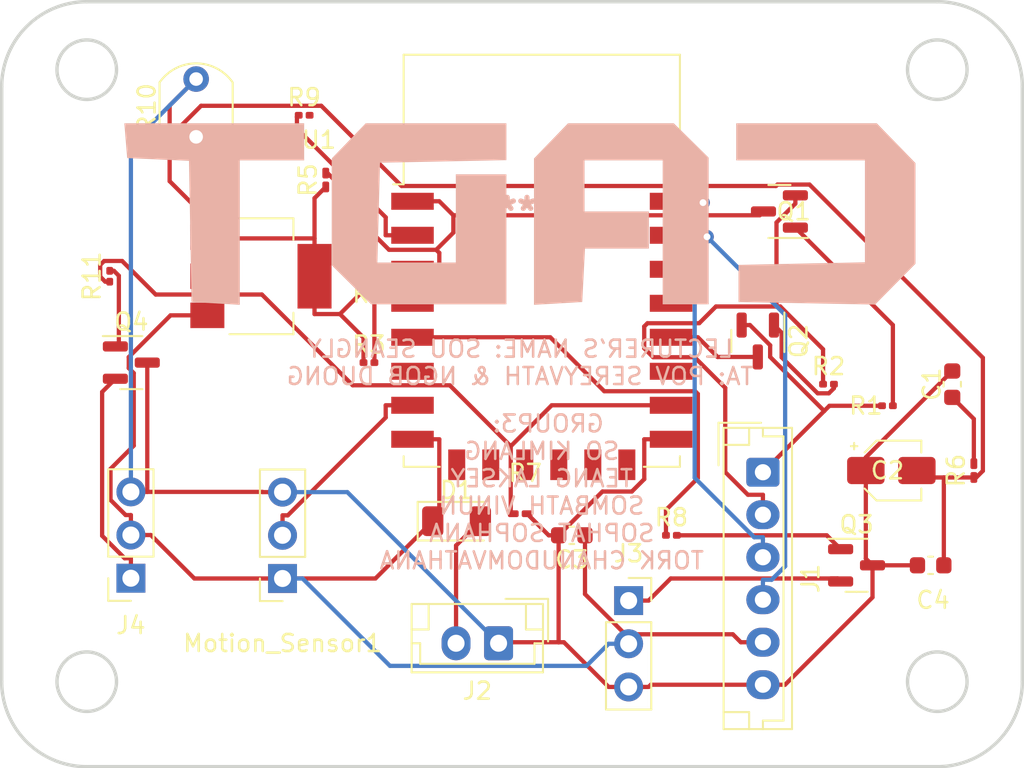
<source format=kicad_pcb>
(kicad_pcb (version 20211014) (generator pcbnew)
  (layers (0 "F.Cu" signal) (31 "B.Cu" signal) (34 "B.Paste" user) (35 "F.Paste" user) (36 "B.SilkS" user "B.Silkscreen") (37 "F.SilkS" user "F.Silkscreen") (38 "B.Mask" user) (39 "F.Mask" user) (44 "Edge.Cuts" user))
  (net 0 "")
  (net 1 "Net-(C1-Pad1)")
  (net 2 "GND")
  (net 3 "+3.3V")
  (net 4 "+5V")
  (net 5 "Net-(D1-Pad2)")
  (net 6 "/RTS")
  (net 7 "/DTR")
  (net 8 "/NTX")
  (net 9 "/NRX")
  (net 10 "/RL1")
  (net 11 "/RL2")
  (net 12 "/GPI013")
  (net 13 "Net-(Q1-Pad1)")
  (net 14 "/nRST")
  (net 15 "Net-(Q2-Pad1)")
  (net 16 "/GPI00")
  (net 17 "Net-(Q3-Pad1)")
  (net 18 "Net-(Q4-Pad1)")
  (net 19 "/EN")
  (net 20 "/GPI015")
  (net 21 "/GPI014")
  (net 22 "/ADC")
  (net 23 "+3V3")
  (net 24 "/GPI016")
  (net 25 "/GPI012")
  (net 32 "/GPI002")
  (net 33 "/GPI004")
  (net 34 "/GPI005")
  (footprint "Package_TO_SOT_SMD:SOT-23" (layer "F.Cu") (at 116.84 55.88 -90)
    (fp_text reference "Q2" (at 0 -2.4 90) (layer "F.SilkS"))
    (fp_text value "2N3055")
    (fp_line (start 0 1.56) (end -0.65 1.56) (layer "F.SilkS") (width 0.12))
    (fp_line (start 0 1.56) (end 0.65 1.56) (layer "F.SilkS") (width 0.12))
    (fp_line (start 0 -1.56) (end 0.65 -1.56) (layer "F.SilkS") (width 0.12))
    (fp_line (start 0 -1.56) (end -1.675 -1.56) (layer "F.SilkS") (width 0.12))
    (pad "1" smd roundrect (at -0.9375 -0.95 270) (size 1.475 0.6) (layers "F.Cu" "F.Paste" "F.Mask") (net 15 "Net-(Q2-Pad1)"))
    (pad "2" smd roundrect (at -0.9375 0.95 270) (size 1.475 0.6) (layers "F.Cu" "F.Paste" "F.Mask") (net 6 "/RTS"))
    (pad "3" smd roundrect (at 0.9375 0 270) (size 1.475 0.6) (layers "F.Cu" "F.Paste" "F.Mask") (net 16 "/GPI00"))
  )
  (footprint "RF_Module:ESP-12E" (layer "F.Cu") (at 104.14 51.16)
    (fp_text reference "U1" (at -13.1 -7.11) (layer "F.SilkS"))
    (fp_text value "ESP-12E")
    (fp_line (start 8.12 -12.12) (end 8.12 -4.5) (layer "F.SilkS") (width 0.12))
    (fp_line (start -6 12.12) (end -8.12 12.12) (layer "F.SilkS") (width 0.12))
    (fp_line (start -8.12 -4.5) (end -8.12 -12.12) (layer "F.SilkS") (width 0.12))
    (fp_line (start 8.12 12.12) (end 6 12.12) (layer "F.SilkS") (width 0.12))
    (fp_line (start -8.12 -4.5) (end -8.73 -4.5) (layer "F.SilkS") (width 0.12))
    (fp_line (start -8.12 12.12) (end -8.12 11.5) (layer "F.SilkS") (width 0.12))
    (fp_line (start -8.12 -12.12) (end 8.12 -12.12) (layer "F.SilkS") (width 0.12))
    (fp_line (start 8.12 11.5) (end 8.12 12.12) (layer "F.SilkS") (width 0.12))
    (pad "1" smd rect (at -7.6 -3.5) (size 2.5 1) (layers "F.Cu" "F.Paste" "F.Mask") (net 14 "/nRST"))
    (pad "2" smd rect (at -7.6 -1.5) (size 2.5 1) (layers "F.Cu" "F.Paste" "F.Mask") (net 22 "/ADC"))
    (pad "3" smd rect (at -7.6 0.5) (size 2.5 1) (layers "F.Cu" "F.Paste" "F.Mask") (net 19 "/EN"))
    (pad "4" smd rect (at -7.6 2.5) (size 2.5 1) (layers "F.Cu" "F.Paste" "F.Mask") (net 24 "/GPI016"))
    (pad "5" smd rect (at -7.6 4.5) (size 2.5 1) (layers "F.Cu" "F.Paste" "F.Mask") (net 21 "/GPI014"))
    (pad "6" smd rect (at -7.6 6.5) (size 2.5 1) (layers "F.Cu" "F.Paste" "F.Mask") (net 25 "/GPI012"))
    (pad "7" smd rect (at -7.6 8.5) (size 2.5 1) (layers "F.Cu" "F.Paste" "F.Mask") (net 12 "/GPI013"))
    (pad "8" smd rect (at -7.6 10.5) (size 2.5 1) (layers "F.Cu" "F.Paste" "F.Mask") (net 4 "+5V"))
    (pad "9" smd rect (at -5 12) (size 1 1.8) (layers "F.Cu" "F.Paste" "F.Mask"))
    (pad "10" smd rect (at -3 12) (size 1 1.8) (layers "F.Cu" "F.Paste" "F.Mask"))
    (pad "11" smd rect (at -1 12) (size 1 1.8) (layers "F.Cu" "F.Paste" "F.Mask"))
    (pad "12" smd rect (at 1 12) (size 1 1.8) (layers "F.Cu" "F.Paste" "F.Mask"))
    (pad "13" smd rect (at 3 12) (size 1 1.8) (layers "F.Cu" "F.Paste" "F.Mask"))
    (pad "14" smd rect (at 5 12) (size 1 1.8) (layers "F.Cu" "F.Paste" "F.Mask"))
    (pad "15" smd rect (at 7.6 10.5) (size 2.5 1) (layers "F.Cu" "F.Paste" "F.Mask") (net 2 "GND"))
    (pad "16" smd rect (at 7.6 8.5) (size 2.5 1) (layers "F.Cu" "F.Paste" "F.Mask") (net 20 "/GPI015"))
    (pad "17" smd rect (at 7.6 6.5) (size 2.5 1) (layers "F.Cu" "F.Paste" "F.Mask") (net 32 "/GPI002"))
    (pad "18" smd rect (at 7.6 4.5) (size 2.5 1) (layers "F.Cu" "F.Paste" "F.Mask") (net 16 "/GPI00"))
    (pad "19" smd rect (at 7.6 2.5) (size 2.5 1) (layers "F.Cu" "F.Paste" "F.Mask") (net 33 "/GPI004"))
    (pad "20" smd rect (at 7.6 0.5) (size 2.5 1) (layers "F.Cu" "F.Paste" "F.Mask") (net 34 "/GPI005"))
    (pad "21" smd rect (at 7.6 -1.5) (size 2.5 1) (layers "F.Cu" "F.Paste" "F.Mask") (net 9 "/NRX"))
    (pad "22" smd rect (at 7.6 -3.5) (size 2.5 1) (layers "F.Cu" "F.Paste" "F.Mask") (net 8 "/NTX"))
  )
  (footprint "Connector_PinSocket_2.54mm:PinSocket_1x03_P2.54mm_Vertical" (layer "F.Cu") (at 109.245 71.15)
    (fp_text reference "J3" (at 0 -2.77) (layer "F.SilkS"))
    (fp_text value "RELAY1")
    (fp_line (start -1.33 1.27) (end -1.33 6.41) (layer "F.SilkS") (width 0.12))
    (fp_line (start -1.33 1.27) (end 1.33 1.27) (layer "F.SilkS") (width 0.12))
    (fp_line (start 0 -1.33) (end 1.33 -1.33) (layer "F.SilkS") (width 0.12))
    (fp_line (start 1.33 -1.33) (end 1.33 0) (layer "F.SilkS") (width 0.12))
    (fp_line (start -1.33 6.41) (end 1.33 6.41) (layer "F.SilkS") (width 0.12))
    (fp_line (start 1.33 1.27) (end 1.33 6.41) (layer "F.SilkS") (width 0.12))
    (pad "1" thru_hole rect (at 0 0) (size 1.7 1.7) (drill 1) (layers *.Cu *.Mask) (net 10 "/RL1"))
    (pad "2" thru_hole oval (at 0 2.54) (size 1.7 1.7) (drill 1) (layers *.Cu *.Mask) (net 4 "+5V"))
    (pad "3" thru_hole oval (at 0 5.08) (size 1.7 1.7) (drill 1) (layers *.Cu *.Mask) (net 2 "GND"))
  )
  (footprint "Resistor_SMD:R_0201_0603Metric" (layer "F.Cu") (at 78.74 52.07 90)
    (fp_text reference "R11" (at 0 -1.05 90) (layer "F.SilkS"))
    (fp_text value "1K")
    (pad "1" smd roundrect (at -0.32 0 90) (size 0.46 0.4) (layers "F.Cu" "F.Mask") (net 20 "/GPI015"))
    (pad "2" smd roundrect (at 0.32 0 90) (size 0.46 0.4) (layers "F.Cu" "F.Mask") (net 18 "Net-(Q4-Pad1)"))
  )
  (footprint "Capacitor_SMD:C_0603_1608Metric" (layer "F.Cu") (at 127 69.075 180)
    (fp_text reference "C4" (at -0.14058 -2.045) (layer "F.SilkS"))
    (fp_text value "C")
    (fp_line (start -0.14058 0.51) (end 0.14058 0.51) (layer "F.SilkS") (width 0.12))
    (fp_line (start -0.14058 -0.51) (end 0.14058 -0.51) (layer "F.SilkS") (width 0.12))
    (pad "1" smd roundrect (at -0.775 0 180) (size 0.9 0.95) (layers "F.Cu" "F.Paste" "F.Mask") (net 3 "+3.3V"))
    (pad "2" smd roundrect (at 0.775 0 180) (size 0.9 0.95) (layers "F.Cu" "F.Paste" "F.Mask") (net 2 "GND"))
  )
  (footprint "Package_TO_SOT_SMD:SOT-23" (layer "F.Cu") (at 122.645 69.075)
    (fp_text reference "Q3" (at 0 -2.4) (layer "F.SilkS"))
    (fp_text value "Q_NPN_BCE")
    (fp_line (start 0 1.56) (end 0.65 1.56) (layer "F.SilkS") (width 0.12))
    (fp_line (start 0 -1.56) (end 0.65 -1.56) (layer "F.SilkS") (width 0.12))
    (fp_line (start 0 -1.56) (end -1.675 -1.56) (layer "F.SilkS") (width 0.12))
    (fp_line (start 0 1.56) (end -0.65 1.56) (layer "F.SilkS") (width 0.12))
    (pad "1" smd roundrect (at -0.9375 -0.95) (size 1.475 0.6) (layers "F.Cu" "F.Paste" "F.Mask") (net 17 "Net-(Q3-Pad1)"))
    (pad "2" smd roundrect (at -0.9375 0.95) (size 1.475 0.6) (layers "F.Cu" "F.Paste" "F.Mask") (net 10 "/RL1"))
    (pad "3" smd roundrect (at 0.9375 0) (size 1.475 0.6) (layers "F.Cu" "F.Paste" "F.Mask") (net 2 "GND"))
  )
  (footprint "Resistor_SMD:R_0201_0603Metric_Pad0.64x0.40mm_HandSolder" (layer "F.Cu") (at 91.44 46.41 90)
    (fp_text reference "R5" (at 0 -1.05 90) (layer "F.SilkS"))
    (fp_text value "R")
    (pad "1" smd roundrect (at -0.4075 0 90) (size 0.635 0.4) (layers "F.Cu" "F.Mask") (net 3 "+3.3V"))
    (pad "2" smd roundrect (at 0.4075 0 90) (size 0.635 0.4) (layers "F.Cu" "F.Mask") (net 14 "/nRST"))
  )
  (footprint "OptoDevice:R_LDR_5.1x4.3mm_P3.4mm_Vertical" (layer "F.Cu") (at 83.82 43.87 90)
    (fp_text reference "R10" (at 1.7 -2.9 90) (layer "F.SilkS"))
    (fp_text value "LDR07")
    (fp_line (start 0.15 -2.15) (end 3.2 -2.15) (layer "F.SilkS") (width 0.12))
    (fp_line (start 0.15 2.15) (end 3.2 2.15) (layer "F.SilkS") (width 0.12))
    (fp_arc (start 0.15 2.15) (mid -0.950438 -0.013368) (end 0.171766 -2.165525) (layer "F.SilkS") (width 0.12))
    (fp_arc (start 3.2 -2.15) (mid 4.321403 -0.027338) (end 3.244513 2.118249) (layer "F.SilkS") (width 0.12))
    (pad "1" thru_hole circle (at 0 0 90) (size 1.5 1.5) (drill 0.8) (layers *.Cu *.Mask) (net 22 "/ADC"))
    (pad "2" thru_hole circle (at 3.4 0 90) (size 1.5 1.5) (drill 0.8) (layers *.Cu *.Mask) (net 2 "GND"))
  )
  (footprint "Connector_PinSocket_2.54mm:PinSocket_1x03_P2.54mm_Vertical" (layer "F.Cu") (at 79.985 69.835 180)
    (fp_text reference "J4" (at 0 -2.77) (layer "F.SilkS"))
    (fp_text value "RELAY2")
    (fp_line (start -1.33 6.41) (end 1.33 6.41) (layer "F.SilkS") (width 0.12))
    (fp_line (start 1.33 1.27) (end 1.33 6.41) (layer "F.SilkS") (width 0.12))
    (fp_line (start 1.33 -1.33) (end 1.33 0) (layer "F.SilkS") (width 0.12))
    (fp_line (start -1.33 1.27) (end -1.33 6.41) (layer "F.SilkS") (width 0.12))
    (fp_line (start -1.33 1.27) (end 1.33 1.27) (layer "F.SilkS") (width 0.12))
    (fp_line (start 0 -1.33) (end 1.33 -1.33) (layer "F.SilkS") (width 0.12))
    (pad "1" thru_hole rect (at 0 0 180) (size 1.7 1.7) (drill 1) (layers *.Cu *.Mask) (net 11 "/RL2"))
    (pad "2" thru_hole oval (at 0 2.54 180) (size 1.7 1.7) (drill 1) (layers *.Cu *.Mask) (net 4 "+5V"))
    (pad "3" thru_hole oval (at 0 5.08 180) (size 1.7 1.7) (drill 1) (layers *.Cu *.Mask) (net 2 "GND"))
  )
  (footprint "Connector_JST:JST_EH_B2B-EH-A_1x02_P2.50mm_Vertical" (layer "F.Cu") (at 101.6 73.66 180)
    (fp_text reference "J2" (at 1.25 -2.8) (layer "F.SilkS"))
    (fp_text value "Conn_01x02_Male")
    (fp_line (start 5.11 2.31) (end 5.11 -1.71) (layer "F.SilkS") (width 0.12))
    (fp_line (start -2.91 0.11) (end -2.91 2.61) (layer "F.SilkS") (width 0.12))
    (fp_line (start 4.61 -1.21) (end 4.61 0) (layer "F.SilkS") (width 0.12))
    (fp_line (start -1.61 0.81) (end -1.61 2.31) (layer "F.SilkS") (width 0.12))
    (fp_line (start -2.61 2.31) (end 5.11 2.31) (layer "F.SilkS") (width 0.12))
    (fp_line (start -2.61 0) (end -2.11 0) (layer "F.SilkS") (width 0.12))
    (fp_line (start -2.91 2.61) (end -0.41 2.61) (layer "F.SilkS") (width 0.12))
    (fp_line (start 4.11 0.81) (end 4.11 2.31) (layer "F.SilkS") (width 0.12))
    (fp_line (start -2.61 -1.71) (end -2.61 2.31) (layer "F.SilkS") (width 0.12))
    (fp_line (start -2.11 -1.21) (end 4.61 -1.21) (layer "F.SilkS") (width 0.12))
    (fp_line (start 5.11 0.81) (end 4.11 0.81) (layer "F.SilkS") (width 0.12))
    (fp_line (start 5.11 -1.71) (end -2.61 -1.71) (layer "F.SilkS") (width 0.12))
    (fp_line (start -2.11 0) (end -2.11 -1.21) (layer "F.SilkS") (width 0.12))
    (fp_line (start -2.61 0.81) (end -1.61 0.81) (layer "F.SilkS") (width 0.12))
    (fp_line (start 4.61 0) (end 5.11 0) (layer "F.SilkS") (width 0.12))
    (pad "1" thru_hole roundrect (at 0 0 180) (size 1.7 2) (drill 1) (layers *.Cu *.Mask) (roundrect_rratio 0.147059) (net 2 "GND"))
    (pad "2" thru_hole oval (at 2.5 0 180) (size 1.7 2) (drill 1) (layers *.Cu *.Mask) (net 5 "Net-(D1-Pad2)"))
  )
  (footprint "Connector_PinSocket_2.54mm:PinSocket_1x03_P2.54mm_Vertical" (layer "F.Cu") (at 88.9 69.85 180)
    (fp_text reference "Motion_Sensor1" (at 0 -3.81) (layer "F.SilkS"))
    (fp_text value "Motion Sensor")
    (fp_line (start -1.33 6.41) (end 1.33 6.41) (layer "F.SilkS") (width 0.12))
    (fp_line (start 0 -1.33) (end 1.33 -1.33) (layer "F.SilkS") (width 0.12))
    (fp_line (start -1.33 1.27) (end 1.33 1.27) (layer "F.SilkS") (width 0.12))
    (fp_line (start 1.33 -1.33) (end 1.33 0) (layer "F.SilkS") (width 0.12))
    (fp_line (start -1.33 1.27) (end -1.33 6.41) (layer "F.SilkS") (width 0.12))
    (fp_line (start 1.33 1.27) (end 1.33 6.41) (layer "F.SilkS") (width 0.12))
    (pad "1" thru_hole rect (at 0 0 180) (size 1.7 1.7) (drill 1) (layers *.Cu *.Mask) (net 4 "+5V"))
    (pad "2" thru_hole oval (at 0 2.54 180) (size 1.7 1.7) (drill 1) (layers *.Cu *.Mask) (net 12 "/GPI013"))
    (pad "3" thru_hole oval (at 0 5.08 180) (size 1.7 1.7) (drill 1) (layers *.Cu *.Mask) (net 2 "GND"))
  )
  (footprint "Capacitor_SMD:C_0603_1608Metric" (layer "F.Cu") (at 128.27 58.42 90)
    (fp_text reference "C1" (at 0 -1.2 90) (layer "F.SilkS"))
    (fp_text value "C")
    (fp_line (start -0.14058 0.51) (end 0.14058 0.51) (layer "F.SilkS") (width 0.12))
    (fp_line (start -0.14058 -0.51) (end 0.14058 -0.51) (layer "F.SilkS") (width 0.12))
    (pad "1" smd roundrect (at -0.775 0 90) (size 0.9 0.95) (layers "F.Cu" "F.Paste" "F.Mask") (net 1 "Net-(C1-Pad1)"))
    (pad "2" smd roundrect (at 0.775 0 90) (size 0.9 0.95) (layers "F.Cu" "F.Paste" "F.Mask") (net 2 "GND"))
  )
  (footprint "Resistor_SMD:R_0201_0603Metric" (layer "F.Cu") (at 93.98 57.15)
    (fp_text reference "R3" (at 0 -1.05) (layer "F.SilkS"))
    (fp_text value "R")
    (pad "1" smd roundrect (at -0.32 0) (size 0.46 0.4) (layers "F.Cu" "F.Mask") (net 3 "+3.3V"))
    (pad "2" smd roundrect (at 0.32 0) (size 0.46 0.4) (layers "F.Cu" "F.Mask") (net 14 "/nRST"))
  )
  (footprint "Package_TO_SOT_SMD:SOT-23" (layer "F.Cu") (at 80.01 57.15)
    (fp_text reference "Q4" (at 0 -2.4) (layer "F.SilkS"))
    (fp_text value "Q_NPN_BCE")
    (fp_line (start 0 -1.56) (end 0.65 -1.56) (layer "F.SilkS") (width 0.12))
    (fp_line (start 0 1.56) (end 0.65 1.56) (layer "F.SilkS") (width 0.12))
    (fp_line (start 0 -1.56) (end -1.675 -1.56) (layer "F.SilkS") (width 0.12))
    (fp_line (start 0 1.56) (end -0.65 1.56) (layer "F.SilkS") (width 0.12))
    (pad "1" smd roundrect (at -0.9375 -0.95) (size 1.475 0.6) (layers "F.Cu" "F.Paste" "F.Mask") (net 18 "Net-(Q4-Pad1)"))
    (pad "2" smd roundrect (at -0.9375 0.95) (size 1.475 0.6) (layers "F.Cu" "F.Paste" "F.Mask") (net 11 "/RL2"))
    (pad "3" smd roundrect (at 0.9375 0) (size 1.475 0.6) (layers "F.Cu" "F.Paste" "F.Mask") (net 2 "GND"))
  )
  (footprint "Package_TO_SOT_SMD:SOT-223-3_TabPin2" (layer "F.Cu") (at 87.63 52.07)
    (fp_text reference "U2" (at -1.27 -7.62) (layer "F.SilkS"))
    (fp_text value "AMS1117-3.3")
    (fp_line (start 1.91 -3.41) (end 1.91 -2.15) (layer "F.SilkS") (width 0.12))
    (fp_line (start -1.85 3.41) (end 1.91 3.41) (layer "F.SilkS") (width 0.12))
    (fp_line (start 1.91 3.41) (end 1.91 2.15) (layer "F.SilkS") (width 0.12))
    (fp_line (start -4.1 -3.41) (end 1.91 -3.41) (layer "F.SilkS") (width 0.12))
    (pad "1" smd rect (at -3.15 -2.3) (size 2 1.5) (layers "F.Cu" "F.Paste" "F.Mask") (net 2 "GND"))
    (pad "2" smd rect (at 3.15 0) (size 2 3.8) (layers "F.Cu" "F.Paste" "F.Mask") (net 3 "+3.3V"))
    (pad "2" smd rect (at -3.15 0) (size 2 1.5) (layers "F.Cu" "F.Paste" "F.Mask") (net 3 "+3.3V"))
    (pad "3" smd rect (at -3.15 2.3) (size 2 1.5) (layers "F.Cu" "F.Paste" "F.Mask") (net 4 "+5V"))
  )
  (footprint "Resistor_SMD:R_0201_0603Metric" (layer "F.Cu") (at 124.46 59.69)
    (fp_text reference "R1" (at -1.27 0) (layer "F.SilkS"))
    (fp_text value "R")
    (pad "1" smd roundrect (at -0.32 0) (size 0.46 0.4) (layers "F.Cu" "F.Mask") (net 6 "/RTS"))
    (pad "2" smd roundrect (at 0.32 0) (size 0.46 0.4) (layers "F.Cu" "F.Mask") (net 13 "Net-(Q1-Pad1)"))
  )
  (footprint "Resistor_SMD:R_0201_0603Metric_Pad0.64x0.40mm_HandSolder" (layer "F.Cu") (at 93.98 52.07 180)
    (fp_text reference "R4" (at 0 -1.05) (layer "F.SilkS"))
    (fp_text value "R")
    (pad "1" smd roundrect (at -0.4075 0 180) (size 0.635 0.4) (layers "F.Cu" "F.Mask") (net 3 "+3.3V"))
    (pad "2" smd roundrect (at 0.4075 0 180) (size 0.635 0.4) (layers "F.Cu" "F.Mask") (net 19 "/EN"))
  )
  (footprint "Connector_JST:JST_EH_B6B-EH-A_1x06_P2.50mm_Vertical" (layer "F.Cu") (at 117.14 63.6 -90)
    (fp_text reference "J1" (at 6.25 -2.8 90) (layer "F.SilkS"))
    (fp_text value "Conn_01x06_Male")
    (fp_line (start -1.61 0.81) (end -1.61 2.31) (layer "F.SilkS") (width 0.12))
    (fp_line (start 14.11 0.81) (end 14.11 2.31) (layer "F.SilkS") (width 0.12))
    (fp_line (start 15.11 -1.71) (end -2.61 -1.71) (layer "F.SilkS") (width 0.12))
    (fp_line (start -2.61 0.81) (end -1.61 0.81) (layer "F.SilkS") (width 0.12))
    (fp_line (start -2.61 -1.71) (end -2.61 2.31) (layer "F.SilkS") (width 0.12))
    (fp_line (start 15.11 2.31) (end 15.11 -1.71) (layer "F.SilkS") (width 0.12))
    (fp_line (start -2.91 0.11) (end -2.91 2.61) (layer "F.SilkS") (width 0.12))
    (fp_line (start 14.61 0) (end 15.11 0) (layer "F.SilkS") (width 0.12))
    (fp_line (start -2.11 -1.21) (end 14.61 -1.21) (layer "F.SilkS") (width 0.12))
    (fp_line (start 14.61 -1.21) (end 14.61 0) (layer "F.SilkS") (width 0.12))
    (fp_line (start 15.11 0.81) (end 14.11 0.81) (layer "F.SilkS") (width 0.12))
    (fp_line (start -2.91 2.61) (end -0.41 2.61) (layer "F.SilkS") (width 0.12))
    (fp_line (start -2.11 0) (end -2.11 -1.21) (layer "F.SilkS") (width 0.12))
    (fp_line (start -2.61 0) (end -2.11 0) (layer "F.SilkS") (width 0.12))
    (fp_line (start -2.61 2.31) (end 15.11 2.31) (layer "F.SilkS") (width 0.12))
    (pad "1" thru_hole roundrect (at 0 0 270) (size 1.7 1.95) (drill 0.95) (layers *.Cu *.Mask) (roundrect_rratio 0.147059) (net 6 "/RTS"))
    (pad "2" thru_hole oval (at 2.5 0 270) (size 1.7 1.95) (drill 0.95) (layers *.Cu *.Mask) (net 7 "/DTR"))
    (pad "3" thru_hole oval (at 5 0 270) (size 1.7 1.95) (drill 0.95) (layers *.Cu *.Mask) (net 8 "/NTX"))
    (pad "4" thru_hole oval (at 7.5 0 270) (size 1.7 1.95) (drill 0.95) (layers *.Cu *.Mask) (net 9 "/NRX"))
    (pad "5" thru_hole oval (at 10 0 270) (size 1.7 1.95) (drill 0.95) (layers *.Cu *.Mask) (net 4 "+5V"))
    (pad "6" thru_hole oval (at 12.5 0 270) (size 1.7 1.95) (drill 0.95) (layers *.Cu *.Mask) (net 2 "GND"))
  )
  (footprint "Resistor_SMD:R_0201_0603Metric_Pad0.64x0.40mm_HandSolder" (layer "F.Cu") (at 129.54 63.5 90)
    (fp_text reference "R6" (at 0 -1.05 90) (layer "F.SilkS"))
    (fp_text value "R")
    (pad "1" smd roundrect (at -0.4075 0 90) (size 0.635 0.4) (layers "F.Cu" "F.Mask") (net 3 "+3.3V"))
    (pad "2" smd roundrect (at 0.4075 0 90) (size 0.635 0.4) (layers "F.Cu" "F.Mask") (net 1 "Net-(C1-Pad1)"))
  )
  (footprint "Resistor_SMD:R_0201_0603Metric" (layer "F.Cu") (at 90.17 42.6)
    (fp_text reference "R9" (at 0 -1.05) (layer "F.SilkS"))
    (fp_text value "1K")
    (pad "1" smd roundrect (at -0.32 0) (size 0.46 0.4) (layers "F.Cu" "F.Mask") (net 22 "/ADC"))
    (pad "2" smd roundrect (at 0.32 0) (size 0.46 0.4) (layers "F.Cu" "F.Mask") (net 23 "+3V3"))
  )
  (footprint "Package_TO_SOT_SMD:SOT-23" (layer "F.Cu") (at 118.11 48.26 180)
    (fp_text reference "Q1" (at -0.8375 0) (layer "F.SilkS"))
    (fp_text value "2N3055")
    (fp_line (start 0 -1.56) (end 0.65 -1.56) (layer "F.SilkS") (width 0.12))
    (fp_line (start 0 1.56) (end -0.65 1.56) (layer "F.SilkS") (width 0.12))
    (fp_line (start 0 -1.56) (end -1.675 -1.56) (layer "F.SilkS") (width 0.12))
    (fp_line (start 0 1.56) (end 0.65 1.56) (layer "F.SilkS") (width 0.12))
    (pad "1" smd roundrect (at -0.9375 -0.95 180) (size 1.475 0.6) (layers "F.Cu" "F.Paste" "F.Mask") (net 13 "Net-(Q1-Pad1)"))
    (pad "2" smd roundrect (at -0.9375 0.95 180) (size 1.475 0.6) (layers "F.Cu" "F.Paste" "F.Mask") (net 7 "/DTR"))
    (pad "3" smd roundrect (at 0.9375 0 180) (size 1.475 0.6) (layers "F.Cu" "F.Paste" "F.Mask") (net 14 "/nRST"))
  )
  (footprint "Resistor_SMD:R_0201_0603Metric_Pad0.64x0.40mm_HandSolder" (layer "F.Cu") (at 102.87 66.04)
    (fp_text reference "R7" (at 0.3 -2.39) (layer "F.SilkS"))
    (fp_text value "R")
    (pad "1" smd roundrect (at -0.4075 0) (size 0.635 0.4) (layers "F.Cu" "F.Mask") (net 20 "/GPI015"))
    (pad "2" smd roundrect (at 0.4075 0) (size 0.635 0.4) (layers "F.Cu" "F.Mask") (net 2 "GND"))
  )
  (footprint "Capacitor_SMD:CP_Elec_3x5.4" (layer "F.Cu") (at 124.69 63.5)
    (fp_text reference "C2" (at -0.23 0) (layer "F.SilkS"))
    (fp_text value "C")
    (fp_line (start -2.1875 -1.6225) (end -2.1875 -1.2475) (layer "F.SilkS") (width 0.12))
    (fp_line (start -0.870563 -1.76) (end 1.76 -1.76) (layer "F.SilkS") (width 0.12))
    (fp_line (start -1.570563 1.06) (end -0.870563 1.76) (layer "F.SilkS") (width 0.12))
    (fp_line (start 1.76 1.76) (end 1.76 1.06) (layer "F.SilkS") (width 0.12))
    (fp_line (start -0.870563 1.76) (end 1.76 1.76) (layer "F.SilkS") (width 0.12))
    (fp_line (start -1.570563 -1.06) (end -0.870563 -1.76) (layer "F.SilkS") (width 0.12))
    (fp_line (start 1.76 -1.76) (end 1.76 -1.06) (layer "F.SilkS") (width 0.12))
    (fp_line (start -2.375 -1.435) (end -2 -1.435) (layer "F.SilkS") (width 0.12))
    (pad "1" smd roundrect (at -1.5 0) (size 2.2 1.6) (layers "F.Cu" "F.Paste" "F.Mask") (roundrect_rratio 0.15625) (net 2 "GND"))
    (pad "2" smd roundrect (at 1.5 0) (size 2.2 1.6) (layers "F.Cu" "F.Paste" "F.Mask") (roundrect_rratio 0.15625) (net 3 "+3.3V"))
  )
  (footprint "Capacitor_SMD:C_0603_1608Metric" (layer "F.Cu") (at 105.905 67.31 180)
    (fp_text reference "C3" (at 0 -1.43) (layer "F.SilkS"))
    (fp_text value "C")
    (fp_line (start -0.14058 0.51) (end 0.14058 0.51) (layer "F.SilkS") (width 0.12))
    (fp_line (start -0.14058 -0.51) (end 0.14058 -0.51) (layer "F.SilkS") (width 0.12))
    (pad "1" smd roundrect (at -0.775 0 180) (size 0.9 0.95) (layers "F.Cu" "F.Paste" "F.Mask") (net 4 "+5V"))
    (pad "2" smd roundrect (at 0.775 0 180) (size 0.9 0.95) (layers "F.Cu" "F.Paste" "F.Mask") (net 2 "GND"))
  )
  (footprint "Diode_SMD:D_1206_3216Metric" (layer "F.Cu") (at 99.13 66.48)
    (fp_text reference "D1" (at 0 -1.82) (layer "F.SilkS"))
    (fp_text value "D")
    (fp_line (start -2.285 -1.135) (end -2.285 1.135) (layer "F.SilkS") (width 0.12))
    (fp_line (start -2.285 1.135) (end 1.6 1.135) (layer "F.SilkS") (width 0.12))
    (fp_line (start 1.6 -1.135) (end -2.285 -1.135) (layer "F.SilkS") (width 0.12))
    (pad "1" smd roundrect (at -1.4 0) (size 1.25 1.75) (layers "F.Cu" "F.Paste" "F.Mask") (roundrect_rratio 0.2) (net 4 "+5V"))
    (pad "2" smd roundrect (at 1.4 0) (size 1.25 1.75) (layers "F.Cu" "F.Paste" "F.Mask") (roundrect_rratio 0.2) (net 5 "Net-(D1-Pad2)"))
  )
  (footprint "Resistor_SMD:R_0201_0603Metric" (layer "F.Cu") (at 120.995 58.42)
    (fp_text reference "R2" (at 0 -1.05) (layer "F.SilkS"))
    (fp_text value "R")
    (pad "1" smd roundrect (at -0.32 0) (size 0.46 0.4) (layers "F.Cu" "F.Mask") (net 7 "/DTR"))
    (pad "2" smd roundrect (at 0.32 0) (size 0.46 0.4) (layers "F.Cu" "F.Mask") (net 15 "Net-(Q2-Pad1)"))
  )
  (footprint "Resistor_SMD:R_0201_0603Metric" (layer "F.Cu") (at 111.76 67.31)
    (fp_text reference "R8" (at 0 -1.05) (layer "F.SilkS"))
    (fp_text value "1K")
    (pad "1" smd roundrect (at -0.32 0) (size 0.46 0.4) (layers "F.Cu" "F.Mask") (net 21 "/GPI014"))
    (pad "2" smd roundrect (at 0.32 0) (size 0.46 0.4) (layers "F.Cu" "F.Mask") (net 17 "Net-(Q3-Pad1)"))
  )
  (footprint "CADT logo:cadt_edited" (layer "B.Cu") (at 102.87 48.26 180)
    (fp_text reference "G***" (at 0 0) (layer "B.SilkS") (effects (font (size 1.524 1.524) (thickness 0.3)) (justify mirror)))
    (fp_text value "LOGO" hide)
    (fp_poly (pts (xy 11.078724 3.117829) (xy 11.078724 -3.163689) (xy 9.920092 -4.313027) (xy 8.761459 -5.462366) (xy 0.810639 -5.462366) (xy 0.810639 2.184946) (xy 3.782979 2.184946) (xy 3.782979 -3.004301) (xy 8.39488 -3.004301) (xy 8.318185 -0.06828) (xy 8.24149 2.867742) (xy 4.526064 2.943729) (xy 0.810639 3.019716) (xy 0.810639 5.189247) (xy 9.077556 5.189247)) (layer "B.SilkS") (width 0) (fill solid))
    (fp_poly (pts (xy -1.811222 4.153538) (xy -0.810638 3.117829) (xy -0.810638 -5.490912) (xy -3.647872 -5.325806) (xy -3.809948 -2.184946) (xy -7.565957 -2.184946) (xy -7.565957 0) (xy -3.782978 0) (xy -3.782978 3.004301) (xy -8.376595 3.004301) (xy -8.376595 -5.462366) (xy -11.078723 -5.462366) (xy -11.078723 3.166562) (xy -10.054032 4.177905) (xy -9.029341 5.189247) (xy -2.811805 5.189247)) (layer "B.SilkS") (width 0) (fill solid))
    (fp_poly (pts (xy 23.187057 4.165054) (xy 23.103192 3.14086) (xy 21.286228 3.060262) (xy 19.469264 2.979665) (xy 19.394739 -1.173071) (xy 19.320213 -5.325806) (xy 16.482979 -5.490912) (xy 16.482979 3.004301) (xy 12.7 3.004301) (xy 12.7 5.189247) (xy 23.270921 5.189247)) (layer "B.SilkS") (width 0) (fill solid))
    (fp_poly (pts (xy -12.7 3.004301) (xy -20.265957 3.004301) (xy -20.265957 -2.988887) (xy -16.550531 -3.064873) (xy -12.835106 -3.14086) (xy -12.835106 -5.325806) (xy -16.848914 -5.40155) (xy -20.862721 -5.477294) (xy -23.238297 -3.076174) (xy -23.238297 2.847066) (xy -22.101186 4.018157) (xy -20.964074 5.189247) (xy -12.7 5.189247)) (layer "B.SilkS") (width 0) (fill solid))
  )
  (gr_circle (center 77.39 75.92) (end 79.14 75.92) (layer "Edge.Cuts") (width 0.2) (fill none))
  (gr_arc (start 132.39 75.92) (mid 130.925534 79.455534) (end 127.39 80.92) (layer "Edge.Cuts") (width 0.2))
  (gr_line (start 77.39 35.92) (end 127.39 35.92) (layer "Edge.Cuts") (width 0.2))
  (gr_circle (center 127.39 39.92) (end 129.14 39.92) (layer "Edge.Cuts") (width 0.2) (fill none))
  (gr_arc (start 127.39 35.92) (mid 130.925534 37.384466) (end 132.39 40.92) (layer "Edge.Cuts") (width 0.2))
  (gr_circle (center 77.39 39.92) (end 79.14 39.92) (layer "Edge.Cuts") (width 0.2) (fill none))
  (gr_line (start 132.39 40.92) (end 132.39 75.92) (layer "Edge.Cuts") (width 0.2))
  (gr_line (start 127.39 80.92) (end 77.39 80.92) (layer "Edge.Cuts") (width 0.2))
  (gr_arc (start 72.39 40.92) (mid 73.854466 37.384466) (end 77.39 35.92) (layer "Edge.Cuts") (width 0.2))
  (gr_arc (start 77.39 80.92) (mid 73.854466 79.455534) (end 72.39 75.92) (layer "Edge.Cuts") (width 0.2))
  (gr_line (start 72.39 75.92) (end 72.39 40.92) (layer "Edge.Cuts") (width 0.2))
  (gr_circle (center 127.39 75.92) (end 129.14 75.92) (layer "Edge.Cuts") (width 0.2) (fill none))
  (gr_text "LECTURER'S NAME: SOU SEANGLY\nTA: POV SEREYVATH & NGOB DUONG" (at 102.87 57.15) (layer "B.SilkS") (effects (font (size 1 1)) (justify mirror)))
  (gr_text "GROUP3: \nSO KIMLANG\nTEANG LAKSEY\nSOMBATH VINUN\nSOPHAT SOPHANA\nTORK CHANUDOMVATHANA" (at 104.14 64.77) (layer "B.SilkS") (effects (font (size 1 1)) (justify mirror)))
  (segment (start 128.27 59.195) (end 129.54 60.465) (width 0.25) (layer "F.Cu") (net 1))
  (segment (start 129.54 60.465) (end 129.54 63.0925) (width 0.25) (layer "F.Cu") (net 1))
  (segment (start 105.4408 73.6011) (end 105.13 73.6011) (width 0.25) (layer "F.Cu") (net 2))
  (segment (start 82.2623 42.0277) (end 82.2623 46.477) (width 0.25) (layer "F.Cu") (net 2))
  (segment (start 109.245 76.23) (end 108.0697 76.23) (width 0.25) (layer "F.Cu") (net 2))
  (segment (start 79.985 64.755) (end 80.9475 64.755) (width 0.25) (layer "F.Cu") (net 2))
  (segment (start 109.245 76.23) (end 110.4203 76.23) (width 0.25) (layer "F.Cu") (net 2))
  (segment (start 128.27 57.645) (end 123.19 62.725) (width 0.25) (layer "F.Cu") (net 2))
  (segment (start 105.13 67.31) (end 104.5475 67.31) (width 0.25) (layer "F.Cu") (net 2))
  (segment (start 83.82 40.47) (end 82.2623 42.0277) (width 0.25) (layer "F.Cu") (net 2))
  (segment (start 82.2623 46.477) (end 84.48 48.6947) (width 0.25) (layer "F.Cu") (net 2))
  (segment (start 123.19 62.725) (end 123.19 63.5) (width 0.25) (layer "F.Cu") (net 2))
  (segment (start 107.7059 64.7341) (end 109.4345 64.7341) (width 0.25) (layer "F.Cu") (net 2))
  (segment (start 110.1647 64.0039) (end 110.1647 61.66) (width 0.25) (layer "F.Cu") (net 2))
  (segment (start 80.9475 64.755) (end 87.7097 64.755) (width 0.25) (layer "F.Cu") (net 2))
  (segment (start 123.19 63.5) (end 123.19 68.6825) (width 0.25) (layer "F.Cu") (net 2))
  (segment (start 123.5825 69.075) (end 123.5825 70.9578) (width 0.25) (layer "F.Cu") (net 2))
  (segment (start 87.7097 64.755) (end 87.7247 64.77) (width 0.25) (layer "F.Cu") (net 2))
  (segment (start 117.14 76.1) (end 118.4403 76.1) (width 0.25) (layer "F.Cu") (net 2))
  (segment (start 101.6589 73.6011) (end 101.6 73.66) (width 0.25) (layer "F.Cu") (net 2))
  (segment (start 80.9475 64.755) (end 80.9475 57.15) (width 0.25) (layer "F.Cu") (net 2))
  (segment (start 111.74 61.66) (end 110.1647 61.66) (width 0.25) (layer "F.Cu") (net 2))
  (segment (start 105.13 73.6011) (end 101.6589 73.6011) (width 0.25) (layer "F.Cu") (net 2))
  (segment (start 108.0697 76.23) (end 105.4408 73.6011) (width 0.25) (layer "F.Cu") (net 2))
  (segment (start 84.48 49.77) (end 84.48 48.6947) (width 0.25) (layer "F.Cu") (net 2))
  (segment (start 105.13 67.31) (end 107.7059 64.7341) (width 0.25) (layer "F.Cu") (net 2))
  (segment (start 109.4345 64.7341) (end 110.1647 64.0039) (width 0.25) (layer "F.Cu") (net 2))
  (segment (start 117.14 76.1) (end 110.5503 76.1) (width 0.25) (layer "F.Cu") (net 2))
  (segment (start 104.5475 67.31) (end 103.2775 66.04) (width 0.25) (layer "F.Cu") (net 2))
  (segment (start 110.5503 76.1) (end 110.4203 76.23) (width 0.25) (layer "F.Cu") (net 2))
  (segment (start 105.13 73.6011) (end 105.13 67.31) (width 0.25) (layer "F.Cu") (net 2))
  (segment (start 123.19 68.6825) (end 123.5825 69.075) (width 0.25) (layer "F.Cu") (net 2))
  (segment (start 123.5825 70.9578) (end 118.4403 76.1) (width 0.25) (layer "F.Cu") (net 2))
  (segment (start 126.225 69.075) (end 123.5825 69.075) (width 0.25) (layer "F.Cu") (net 2))
  (segment (start 88.9 64.77) (end 87.7247 64.77) (width 0.25) (layer "F.Cu") (net 2))
  (segment (start 83.82 40.47) (end 79.985 44.305) (width 0.25) (layer "B.Cu") (net 2))
  (segment (start 101.6 73.66) (end 92.71 64.77) (width 0.25) (layer "B.Cu") (net 2))
  (segment (start 79.985 44.305) (end 79.985 64.755) (width 0.25) (layer "B.Cu") (net 2))
  (segment (start 92.71 64.77) (end 88.9 64.77) (width 0.25) (layer "B.Cu") (net 2))
  (segment (start 94.3875 52.07) (end 94.3875 52.1817) (width 0.25) (layer "F.Cu") (net 3))
  (segment (start 91.1773 42.0433) (end 84.1088 42.0433) (width 0.25) (layer "F.Cu") (net 3))
  (segment (start 94.3875 52.1817) (end 92.2739 54.2953) (width 0.25) (layer "F.Cu") (net 3))
  (segment (start 95.894 46.76) (end 91.1773 42.0433) (width 0.25) (layer "F.Cu") (net 3))
  (segment (start 117.9094 46.76) (end 95.894 46.76) (width 0.25) (layer "F.Cu") (net 3))
  (segment (start 90.78 52.07) (end 90.78 54.2953) (width 0.25) (layer "F.Cu") (net 3))
  (segment (start 93.66 55.6814) (end 93.66 57.15) (width 0.25) (layer "F.Cu") (net 3))
  (segment (start 92.2739 54.2953) (end 93.66 55.6814) (width 0.25) (layer "F.Cu") (net 3))
  (segment (start 85.8053 47.4616) (end 85.8053 49.8447) (width 0.25) (layer "F.Cu") (net 3))
  (segment (start 127.775 69.075) (end 127.775 63.9075) (width 0.25) (layer "F.Cu") (net 3))
  (segment (start 90.78 47.4775) (end 91.44 46.8175) (width 0.25) (layer "F.Cu") (net 3))
  (segment (start 90.78 49.8447) (end 90.78 47.4775) (width 0.25) (layer "F.Cu") (net 3))
  (segment (start 85.8053 49.8447) (end 85.8053 52.07) (width 0.25) (layer "F.Cu") (net 3))
  (segment (start 127.775 63.9075) (end 129.54 63.9075) (width 0.25) (layer "F.Cu") (net 3))
  (segment (start 82.731 43.4211) (end 82.731 44.3873) (width 0.25) (layer "F.Cu") (net 3))
  (segment (start 117.9926 46.6768) (end 117.9094 46.76) (width 0.25) (layer "F.Cu") (net 3))
  (segment (start 90.78 52.07) (end 90.78 49.8447) (width 0.25) (layer "F.Cu") (net 3))
  (segment (start 130.0712 56.8691) (end 119.8789 46.6768) (width 0.25) (layer "F.Cu") (net 3))
  (segment (start 130.0712 63.5162) (end 130.0712 56.8691) (width 0.25) (layer "F.Cu") (net 3))
  (segment (start 84.48 52.07) (end 85.8053 52.07) (width 0.25) (layer "F.Cu") (net 3))
  (segment (start 82.731 44.3873) (end 85.8053 47.4616) (width 0.25) (layer "F.Cu") (net 3))
  (segment (start 126.19 63.5) (end 126.5975 63.9075) (width 0.25) (layer "F.Cu") (net 3))
  (segment (start 84.1088 42.0433) (end 82.731 43.4211) (width 0.25) (layer "F.Cu") (net 3))
  (segment (start 85.8053 49.8447) (end 90.78 49.8447) (width 0.25) (layer "F.Cu") (net 3))
  (segment (start 129.6799 63.9075) (end 130.0712 63.5162) (width 0.25) (layer "F.Cu") (net 3))
  (segment (start 126.5975 63.9075) (end 127.775 63.9075) (width 0.25) (layer "F.Cu") (net 3))
  (segment (start 129.54 63.9075) (end 129.6799 63.9075) (width 0.25) (layer "F.Cu") (net 3))
  (segment (start 119.8789 46.6768) (end 117.9926 46.6768) (width 0.25) (layer "F.Cu") (net 3))
  (segment (start 92.2739 54.2953) (end 90.78 54.2953) (width 0.25) (layer "F.Cu") (net 3))
  (segment (start 79.8596 57.4746) (end 80.1527 57.7677) (width 0.25) (layer "F.Cu") (net 4))
  (segment (start 97.73 66.48) (end 98.1153 66.0947) (width 0.25) (layer "F.Cu") (net 4))
  (segment (start 78.7871 65.2291) (end 79.6777 66.1197) (width 0.25) (layer "F.Cu") (net 4))
  (segment (start 79.8596 56.8254) (end 79.8596 57.4746) (width 0.25) (layer "F.Cu") (net 4))
  (segment (start 79.6777 66.1197) (end 79.985 66.1197) (width 0.25) (layer "F.Cu") (net 4))
  (segment (start 80.1527 62.0375) (end 78.7871 63.4031) (width 0.25) (layer "F.Cu") (net 4))
  (segment (start 80.1527 57.7677) (end 80.1527 62.0375) (width 0.25) (layer "F.Cu") (net 4))
  (segment (start 83.7153 69.85) (end 88.9 69.85) (width 0.25) (layer "F.Cu") (net 4))
  (segment (start 98.1153 66.0947) (end 98.1153 61.66) (width 0.25) (layer "F.Cu") (net 4))
  (segment (start 109.245 73.1325) (end 115.3722 73.1325) (width 0.25) (layer "F.Cu") (net 4))
  (segment (start 79.985 67.295) (end 81.1603 67.295) (width 0.25) (layer "F.Cu") (net 4))
  (segment (start 78.7871 63.4031) (end 78.7871 65.2291) (width 0.25) (layer "F.Cu") (net 4))
  (segment (start 96.54 61.66) (end 98.1153 61.66) (width 0.25) (layer "F.Cu") (net 4))
  (segment (start 109.0434 73.1325) (end 109.245 73.1325) (width 0.25) (layer "F.Cu") (net 4))
  (segment (start 117.14 73.6) (end 115.8397 73.6) (width 0.25) (layer "F.Cu") (net 4))
  (segment (start 82.315 54.37) (end 79.8596 56.8254) (width 0.25) (layer "F.Cu") (net 4))
  (segment (start 94.36 69.85) (end 97.73 66.48) (width 0.25) (layer "F.Cu") (net 4))
  (segment (start 88.9 69.85) (end 94.36 69.85) (width 0.25) (layer "F.Cu") (net 4))
  (segment (start 109.245 73.69) (end 109.245 73.1325) (width 0.25) (layer "F.Cu") (net 4))
  (segment (start 115.3722 73.1325) (end 115.8397 73.6) (width 0.25) (layer "F.Cu") (net 4))
  (segment (start 81.1603 67.295) (end 83.7153 69.85) (width 0.25) (layer "F.Cu") (net 4))
  (segment (start 84.48 54.37) (end 82.315 54.37) (width 0.25) (layer "F.Cu") (net 4))
  (segment (start 106.68 67.31) (end 106.68 70.7691) (width 0.25) (layer "F.Cu") (net 4))
  (segment (start 106.68 70.7691) (end 109.0434 73.1325) (width 0.25) (layer "F.Cu") (net 4))
  (segment (start 79.985 67.295) (end 79.985 66.1197) (width 0.25) (layer "F.Cu") (net 4))
  (segment (start 106.7703 74.9894) (end 95.2147 74.9894) (width 0.25) (layer "B.Cu") (net 4))
  (segment (start 109.245 73.69) (end 108.0697 73.69) (width 0.25) (layer "B.Cu") (net 4))
  (segment (start 95.2147 74.9894) (end 90.0753 69.85) (width 0.25) (layer "B.Cu") (net 4))
  (segment (start 88.9 69.85) (end 90.0753 69.85) (width 0.25) (layer "B.Cu") (net 4))
  (segment (start 108.0697 73.69) (end 106.7703 74.9894) (width 0.25) (layer "B.Cu") (net 4))
  (segment (start 99.1 67.91) (end 99.1 73.66) (width 0.25) (layer "F.Cu") (net 5))
  (segment (start 100.53 66.48) (end 99.1 67.91) (width 0.25) (layer "F.Cu") (net 5))
  (segment (start 117.14 63.6) (end 120.7437 59.9963) (width 0.25) (layer "F.Cu") (net 6))
  (segment (start 117.5649 56.1299) (end 117.5649 56.8176) (width 0.25) (layer "F.Cu") (net 6))
  (segment (start 120.7437 59.9963) (end 121.05 59.69) (width 0.25) (layer "F.Cu") (net 6))
  (segment (start 115.89 54.9425) (end 116.3775 54.9425) (width 0.25) (layer "F.Cu") (net 6))
  (segment (start 117.5649 56.8176) (end 120.7437 59.9963) (width 0.25) (layer "F.Cu") (net 6))
  (segment (start 116.3775 54.9425) (end 117.5649 56.1299) (width 0.25) (layer "F.Cu") (net 6))
  (segment (start 121.05 59.69) (end 124.14 59.69) (width 0.25) (layer "F.Cu") (net 6))
  (segment (start 113.3944 54.8346) (end 114.3795 53.8495) (width 0.25) (layer "F.Cu") (net 7))
  (segment (start 110.6894 56.8346) (end 110.1622 56.3074) (width 0.25) (layer "F.Cu") (net 7))
  (segment (start 120.675 56.3651) (end 120.675 58.42) (width 0.25) (layer "F.Cu") (net 7))
  (segment (start 117.9381 48.9069) (end 117.9381 53.8495) (width 0.25) (layer "F.Cu") (net 7))
  (segment (start 117.14 66.1) (end 117.14 64.9247) (width 0.25) (layer "F.Cu") (net 7))
  (segment (start 116.2585 64.9247) (end 114.9252 63.5914) (width 0.25) (layer "F.Cu") (net 7))
  (segment (start 114.9252 58.6351) (end 113.1247 56.8346) (width 0.25) (layer "F.Cu") (net 7))
  (segment (start 119.0475 47.7975) (end 117.9381 48.9069) (width 0.25) (layer "F.Cu") (net 7))
  (segment (start 110.1622 55.0244) (end 110.352 54.8346) (width 0.25) (layer "F.Cu") (net 7))
  (segment (start 117.14 64.9247) (end 116.2585 64.9247) (width 0.25) (layer "F.Cu") (net 7))
  (segment (start 114.9252 63.5914) (end 114.9252 58.6351) (width 0.25) (layer "F.Cu") (net 7))
  (segment (start 114.3795 53.8495) (end 117.9381 53.8495) (width 0.25) (layer "F.Cu") (net 7))
  (segment (start 118.1594 53.8495) (end 120.675 56.3651) (width 0.25) (layer "F.Cu") (net 7))
  (segment (start 113.1247 56.8346) (end 110.6894 56.8346) (width 0.25) (layer "F.Cu") (net 7))
  (segment (start 117.9381 53.8495) (end 118.1594 53.8495) (width 0.25) (layer "F.Cu") (net 7))
  (segment (start 110.352 54.8346) (end 113.3944 54.8346) (width 0.25) (layer "F.Cu") (net 7))
  (segment (start 119.0475 47.31) (end 119.0475 47.7975) (width 0.25) (layer "F.Cu") (net 7))
  (segment (start 110.1622 56.3074) (end 110.1622 55.0244) (width 0.25) (layer "F.Cu") (net 7))
  (segment (start 111.74 47.66) (end 113.3153 47.66) (width 0.25) (layer "F.Cu") (net 8))
  (segment (start 113.6189 47.74) (end 113.3953 47.74) (width 0.25) (layer "F.Cu") (net 8))
  (segment (start 113.3953 47.74) (end 113.3153 47.66) (width 0.25) (layer "F.Cu") (net 8))
  (via (at 113.6189 47.74) (size 0.8) (drill 0.4) (layers "F.Cu" "B.Cu") (net 8))
  (segment (start 116.6258 67.4247) (end 113.1288 63.9277) (width 0.25) (layer "B.Cu") (net 8))
  (segment (start 117.14 67.4247) (end 116.6258 67.4247) (width 0.25) (layer "B.Cu") (net 8))
  (segment (start 113.1288 63.9277) (end 113.1288 48.2301) (width 0.25) (layer "B.Cu") (net 8))
  (segment (start 117.14 68.6) (end 117.14 67.4247) (width 0.25) (layer "B.Cu") (net 8))
  (segment (start 113.1288 48.2301) (end 113.6189 47.74) (width 0.25) (layer "B.Cu") (net 8))
  (segment (start 113.4036 49.7483) (end 113.3153 49.66) (width 0.25) (layer "F.Cu") (net 9))
  (segment (start 111.74 49.66) (end 113.3153 49.66) (width 0.25) (layer "F.Cu") (net 9))
  (segment (start 113.8542 49.7483) (end 113.4036 49.7483) (width 0.25) (layer "F.Cu") (net 9))
  (via (at 113.8542 49.7483) (size 0.8) (drill 0.4) (layers "F.Cu" "B.Cu") (net 9))
  (segment (start 117.14 71.1) (end 117.14 69.9247) (width 0.25) (layer "B.Cu") (net 9))
  (segment (start 118.4464 54.3405) (end 113.8542 49.7483) (width 0.25) (layer "B.Cu") (net 9))
  (segment (start 117.14 69.9247) (end 117.6542 69.9247) (width 0.25) (layer "B.Cu") (net 9))
  (segment (start 118.4464 69.1325) (end 118.4464 54.3405) (width 0.25) (layer "B.Cu") (net 9))
  (segment (start 117.6542 69.9247) (end 118.4464 69.1325) (width 0.25) (layer "B.Cu") (net 9))
  (segment (start 109.245 71.15) (end 110.4203 71.15) (width 0.25) (layer "F.Cu") (net 10))
  (segment (start 121.5325 69.85) (end 121.7075 70.025) (width 0.25) (layer "F.Cu") (net 10))
  (segment (start 110.4203 71.15) (end 111.7203 69.85) (width 0.25) (layer "F.Cu") (net 10))
  (segment (start 111.7203 69.85) (end 121.5325 69.85) (width 0.25) (layer "F.Cu") (net 10))
  (segment (start 79.985 68.6597) (end 79.6177 68.6597) (width 0.25) (layer "F.Cu") (net 11))
  (segment (start 78.2939 58.8786) (end 79.0725 58.1) (width 0.25) (layer "F.Cu") (net 11))
  (segment (start 79.6177 68.6597) (end 78.2939 67.3359) (width 0.25) (layer "F.Cu") (net 11))
  (segment (start 79.985 69.835) (end 79.985 68.6597) (width 0.25) (layer "F.Cu") (net 11))
  (segment (start 78.2939 67.3359) (end 78.2939 58.8786) (width 0.25) (layer "F.Cu") (net 11))
  (segment (start 94.9647 60.3815) (end 94.9647 59.66) (width 0.25) (layer "F.Cu") (net 12))
  (segment (start 96.54 59.66) (end 94.9647 59.66) (width 0.25) (layer "F.Cu") (net 12))
  (segment (start 89.2115 66.1347) (end 94.9647 60.3815) (width 0.25) (layer "F.Cu") (net 12))
  (segment (start 88.9 67.31) (end 88.9 66.1347) (width 0.25) (layer "F.Cu") (net 12))
  (segment (start 88.9 66.1347) (end 89.2115 66.1347) (width 0.25) (layer "F.Cu") (net 12))
  (segment (start 124.78 54.9425) (end 124.78 59.69) (width 0.25) (layer "F.Cu") (net 13))
  (segment (start 119.0475 49.21) (end 124.78 54.9425) (width 0.25) (layer "F.Cu") (net 13))
  (segment (start 91.5448 46.0025) (end 92.5153 46.973) (width 0.25) (layer "F.Cu") (net 14))
  (segment (start 98.9406 49.5077) (end 98.9406 48.4853) (width 0.25) (layer "F.Cu") (net 14))
  (segment (start 95.1618 50.5147) (end 97.9336 50.5147) (width 0.25) (layer "F.Cu") (net 14))
  (segment (start 117.1725 48.26) (end 116.9472 48.4853) (width 0.25) (layer "F.Cu") (net 14))
  (segment (start 92.5153 46.973) (end 92.5153 47.8682) (width 0.25) (layer "F.Cu") (net 14))
  (segment (start 98.9406 48.4853) (end 98.1153 47.66) (width 0.25) (layer "F.Cu") (net 14))
  (segment (start 91.44 46.0025) (end 91.5448 46.0025) (width 0.25) (layer "F.Cu") (net 14))
  (segment (start 98.1154 50.6965) (end 97.9336 50.5147) (width 0.25) (layer "F.Cu") (net 14))
  (segment (start 94.3 53.6547) (end 95.1201 52.8346) (width 0.25) (layer "F.Cu") (net 14))
  (segment (start 94.3 57.15) (end 94.3 53.6547) (width 0.25) (layer "F.Cu") (net 14))
  (segment (start 98.1154 52.3078) (end 98.1154 50.6965) (width 0.25) (layer "F.Cu") (net 14))
  (segment (start 97.5886 52.8346) (end 98.1154 52.3078) (width 0.25) (layer "F.Cu") (net 14))
  (segment (start 96.54 47.66) (end 98.1153 47.66) (width 0.25) (layer "F.Cu") (net 14))
  (segment (start 92.5153 47.8682) (end 95.1618 50.5147) (width 0.25) (layer "F.Cu") (net 14))
  (segment (start 95.1201 52.8346) (end 97.5886 52.8346) (width 0.25) (layer "F.Cu") (net 14))
  (segment (start 116.9472 48.4853) (end 98.9406 48.4853) (width 0.25) (layer "F.Cu") (net 14))
  (segment (start 97.9336 50.5147) (end 98.9406 49.5077) (width 0.25) (layer "F.Cu") (net 14))
  (segment (start 118.2403 55.3928) (end 117.79 54.9425) (width 0.25) (layer "F.Cu") (net 15))
  (segment (start 121.315 58.6585) (end 121.0171 58.9564) (width 0.25) (layer "F.Cu") (net 15))
  (segment (start 118.2403 56.8386) (end 118.2403 55.3928) (width 0.25) (layer "F.Cu") (net 15))
  (segment (start 121.0171 58.9564) (end 120.3581 58.9564) (width 0.25) (layer "F.Cu") (net 15))
  (segment (start 121.315 58.42) (end 121.315 58.6585) (width 0.25) (layer "F.Cu") (net 15))
  (segment (start 120.3581 58.9564) (end 118.2403 56.8386) (width 0.25) (layer "F.Cu") (net 15))
  (segment (start 114.4728 56.8175) (end 113.3153 55.66) (width 0.25) (layer "F.Cu") (net 16))
  (segment (start 111.74 55.66) (end 113.3153 55.66) (width 0.25) (layer "F.Cu") (net 16))
  (segment (start 116.84 56.8175) (end 114.4728 56.8175) (width 0.25) (layer "F.Cu") (net 16))
  (segment (start 120.8925 67.31) (end 112.08 67.31) (width 0.25) (layer "F.Cu") (net 17))
  (segment (start 121.7075 68.125) (end 120.8925 67.31) (width 0.25) (layer "F.Cu") (net 17))
  (segment (start 79.0725 56.2) (end 79.2769 55.9956) (width 0.25) (layer "F.Cu") (net 18))
  (segment (start 78.9865 51.75) (end 78.74 51.75) (width 0.25) (layer "F.Cu") (net 18))
  (segment (start 79.2769 55.9956) (end 79.2769 52.0404) (width 0.25) (layer "F.Cu") (net 18))
  (segment (start 79.2769 52.0404) (end 78.9865 51.75) (width 0.25) (layer "F.Cu") (net 18))
  (segment (start 93.9639 51.5013) (end 94.806 51.5013) (width 0.25) (layer "F.Cu") (net 19))
  (segment (start 93.5725 52.07) (end 93.5725 51.8927) (width 0.25) (layer "F.Cu") (net 19))
  (segment (start 94.806 51.5013) (end 94.9647 51.66) (width 0.25) (layer "F.Cu") (net 19))
  (segment (start 96.54 51.66) (end 94.9647 51.66) (width 0.25) (layer "F.Cu") (net 19))
  (segment (start 93.5725 51.8927) (end 93.9639 51.5013) (width 0.25) (layer "F.Cu") (net 19))
  (segment (start 93.0265 58.4854) (end 98.7306 58.4854) (width 0.25) (layer "F.Cu") (net 20))
  (segment (start 102.4625 66.04) (end 102.3146 65.8921) (width 0.25) (layer "F.Cu") (net 20))
  (segment (start 78.4165 51.1702) (end 79.4686 51.1702) (width 0.25) (layer "F.Cu") (net 20))
  (segment (start 87.6865 53.1454) (end 93.0265 58.4854) (width 0.25) (layer "F.Cu") (net 20))
  (segment (start 78.74 52.39) (end 78.4772 52.39) (width 0.25) (layer "F.Cu") (net 20))
  (segment (start 78.1808 52.0936) (end 78.1808 51.4059) (width 0.25) (layer "F.Cu") (net 20))
  (segment (start 78.4772 52.39) (end 78.1808 52.0936) (width 0.25) (layer "F.Cu") (net 20))
  (segment (start 102.3146 65.8921) (end 102.3146 62.0694) (width 0.25) (layer "F.Cu") (net 20))
  (segment (start 78.1808 51.4059) (end 78.4165 51.1702) (width 0.25) (layer "F.Cu") (net 20))
  (segment (start 81.4438 53.1454) (end 87.6865 53.1454) (width 0.25) (layer "F.Cu") (net 20))
  (segment (start 79.4686 51.1702) (end 81.4438 53.1454) (width 0.25) (layer "F.Cu") (net 20))
  (segment (start 98.7306 58.4854) (end 102.3146 62.0694) (width 0.25) (layer "F.Cu") (net 20))
  (segment (start 102.3146 62.0694) (end 104.724 59.66) (width 0.25) (layer "F.Cu") (net 20))
  (segment (start 104.724 59.66) (end 111.74 59.66) (width 0.25) (layer "F.Cu") (net 20))
  (segment (start 111.44 67.31) (end 111.44 65.8189) (width 0.25) (layer "F.Cu") (net 21))
  (segment (start 113.3154 58.9942) (end 113.1558 58.8346) (width 0.25) (layer "F.Cu") (net 21))
  (segment (start 113.1558 58.8346) (end 107.8124 58.8346) (width 0.25) (layer "F.Cu") (net 21))
  (segment (start 113.3154 63.9435) (end 113.3154 58.9942) (width 0.25) (layer "F.Cu") (net 21))
  (segment (start 107.8124 58.8346) (end 104.6378 55.66) (width 0.25) (layer "F.Cu") (net 21))
  (segment (start 104.6378 55.66) (end 96.54 55.66) (width 0.25) (layer "F.Cu") (net 21))
  (segment (start 111.44 65.8189) (end 113.3154 63.9435) (width 0.25) (layer "F.Cu") (net 21))
  (segment (start 96.54 49.66) (end 94.9647 49.66) (width 0.25) (layer "F.Cu") (net 22))
  (segment (start 83.82 43.87) (end 89.2616 43.87) (width 0.25) (layer "F.Cu") (net 22))
  (segment (start 89.7464 42.7036) (end 89.85 42.6) (width 0.25) (layer "F.Cu") (net 22))
  (segment (start 94.9647 48.6035) (end 94.9647 49.66) (width 0.25) (layer "F.Cu") (net 22))
  (segment (start 89.2616 43.87) (end 89.7464 43.3852) (width 0.25) (layer "F.Cu") (net 22))
  (segment (start 89.7464 43.3852) (end 89.7464 42.7036) (width 0.25) (layer "F.Cu") (net 22))
  (segment (start 89.7464 43.3852) (end 94.9647 48.6035) (width 0.25) (layer "F.Cu") (net 22))
)
</source>
